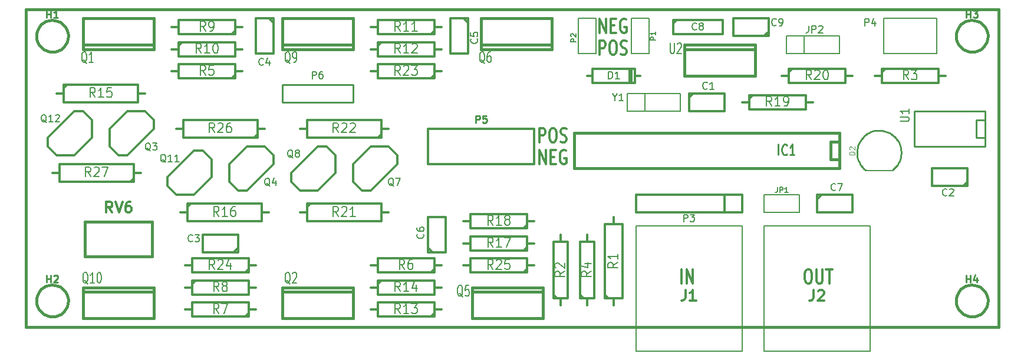
<source format=gto>
G04 (created by PCBNEW-RS274X (2012-01-19 BZR 3256)-stable) date 4/14/2012 10:50:53 AM*
G01*
G70*
G90*
%MOIN*%
G04 Gerber Fmt 3.4, Leading zero omitted, Abs format*
%FSLAX34Y34*%
G04 APERTURE LIST*
%ADD10C,0.006000*%
%ADD11C,0.012000*%
%ADD12C,0.015000*%
%ADD13C,0.008000*%
%ADD14C,0.010000*%
%ADD15C,0.005000*%
%ADD16C,0.011300*%
%ADD17C,0.003500*%
G04 APERTURE END LIST*
G54D10*
G54D11*
X29043Y-07524D02*
X29043Y-06724D01*
X29271Y-06724D01*
X29329Y-06762D01*
X29357Y-06800D01*
X29386Y-06876D01*
X29386Y-06990D01*
X29357Y-07067D01*
X29329Y-07105D01*
X29271Y-07143D01*
X29043Y-07143D01*
X29757Y-06724D02*
X29871Y-06724D01*
X29929Y-06762D01*
X29986Y-06838D01*
X30014Y-06990D01*
X30014Y-07257D01*
X29986Y-07410D01*
X29929Y-07486D01*
X29871Y-07524D01*
X29757Y-07524D01*
X29700Y-07486D01*
X29643Y-07410D01*
X29614Y-07257D01*
X29614Y-06990D01*
X29643Y-06838D01*
X29700Y-06762D01*
X29757Y-06724D01*
X30243Y-07486D02*
X30329Y-07524D01*
X30472Y-07524D01*
X30529Y-07486D01*
X30558Y-07448D01*
X30586Y-07371D01*
X30586Y-07295D01*
X30558Y-07219D01*
X30529Y-07181D01*
X30472Y-07143D01*
X30358Y-07105D01*
X30300Y-07067D01*
X30272Y-07029D01*
X30243Y-06952D01*
X30243Y-06876D01*
X30272Y-06800D01*
X30300Y-06762D01*
X30358Y-06724D01*
X30500Y-06724D01*
X30586Y-06762D01*
X29057Y-08764D02*
X29057Y-07964D01*
X29400Y-08764D01*
X29400Y-07964D01*
X29686Y-08345D02*
X29886Y-08345D01*
X29972Y-08764D02*
X29686Y-08764D01*
X29686Y-07964D01*
X29972Y-07964D01*
X30543Y-08002D02*
X30486Y-07964D01*
X30400Y-07964D01*
X30315Y-08002D01*
X30257Y-08078D01*
X30229Y-08154D01*
X30200Y-08307D01*
X30200Y-08421D01*
X30229Y-08573D01*
X30257Y-08650D01*
X30315Y-08726D01*
X30400Y-08764D01*
X30457Y-08764D01*
X30543Y-08726D01*
X30572Y-08688D01*
X30572Y-08421D01*
X30457Y-08421D01*
X44200Y-14724D02*
X44314Y-14724D01*
X44372Y-14762D01*
X44429Y-14838D01*
X44457Y-14990D01*
X44457Y-15257D01*
X44429Y-15410D01*
X44372Y-15486D01*
X44314Y-15524D01*
X44200Y-15524D01*
X44143Y-15486D01*
X44086Y-15410D01*
X44057Y-15257D01*
X44057Y-14990D01*
X44086Y-14838D01*
X44143Y-14762D01*
X44200Y-14724D01*
X44715Y-14724D02*
X44715Y-15371D01*
X44743Y-15448D01*
X44772Y-15486D01*
X44829Y-15524D01*
X44943Y-15524D01*
X45001Y-15486D01*
X45029Y-15448D01*
X45058Y-15371D01*
X45058Y-14724D01*
X45258Y-14724D02*
X45601Y-14724D01*
X45430Y-15524D02*
X45430Y-14724D01*
X37086Y-15524D02*
X37086Y-14724D01*
X37372Y-15524D02*
X37372Y-14724D01*
X37715Y-15524D01*
X37715Y-14724D01*
X32457Y-01324D02*
X32457Y-00524D01*
X32800Y-01324D01*
X32800Y-00524D01*
X33086Y-00905D02*
X33286Y-00905D01*
X33372Y-01324D02*
X33086Y-01324D01*
X33086Y-00524D01*
X33372Y-00524D01*
X33943Y-00562D02*
X33886Y-00524D01*
X33800Y-00524D01*
X33715Y-00562D01*
X33657Y-00638D01*
X33629Y-00714D01*
X33600Y-00867D01*
X33600Y-00981D01*
X33629Y-01133D01*
X33657Y-01210D01*
X33715Y-01286D01*
X33800Y-01324D01*
X33857Y-01324D01*
X33943Y-01286D01*
X33972Y-01248D01*
X33972Y-00981D01*
X33857Y-00981D01*
X32443Y-02564D02*
X32443Y-01764D01*
X32671Y-01764D01*
X32729Y-01802D01*
X32757Y-01840D01*
X32786Y-01916D01*
X32786Y-02030D01*
X32757Y-02107D01*
X32729Y-02145D01*
X32671Y-02183D01*
X32443Y-02183D01*
X33157Y-01764D02*
X33271Y-01764D01*
X33329Y-01802D01*
X33386Y-01878D01*
X33414Y-02030D01*
X33414Y-02297D01*
X33386Y-02450D01*
X33329Y-02526D01*
X33271Y-02564D01*
X33157Y-02564D01*
X33100Y-02526D01*
X33043Y-02450D01*
X33014Y-02297D01*
X33014Y-02030D01*
X33043Y-01878D01*
X33100Y-01802D01*
X33157Y-01764D01*
X33643Y-02526D02*
X33729Y-02564D01*
X33872Y-02564D01*
X33929Y-02526D01*
X33958Y-02488D01*
X33986Y-02411D01*
X33986Y-02335D01*
X33958Y-02259D01*
X33929Y-02221D01*
X33872Y-02183D01*
X33758Y-02145D01*
X33700Y-02107D01*
X33672Y-02069D01*
X33643Y-01992D01*
X33643Y-01916D01*
X33672Y-01840D01*
X33700Y-01802D01*
X33758Y-01764D01*
X33900Y-01764D01*
X33986Y-01802D01*
G54D12*
X00000Y-18000D02*
X00000Y00000D01*
X55000Y-18000D02*
X00000Y-18000D01*
X55000Y00000D02*
X55000Y-18000D01*
X00000Y00000D02*
X55000Y00000D01*
G54D11*
X12500Y-10250D02*
X14000Y-08750D01*
X14000Y-08750D02*
X14000Y-08250D01*
X14000Y-08250D02*
X13500Y-07750D01*
X13500Y-07750D02*
X12500Y-07750D01*
X12500Y-07750D02*
X11500Y-08750D01*
X11500Y-08750D02*
X11500Y-09750D01*
X11500Y-09750D02*
X12000Y-10250D01*
X12000Y-10250D02*
X12500Y-10250D01*
X05750Y-08250D02*
X07250Y-06750D01*
X07250Y-06750D02*
X07250Y-06250D01*
X07250Y-06250D02*
X06750Y-05750D01*
X06750Y-05750D02*
X05750Y-05750D01*
X05750Y-05750D02*
X04750Y-06750D01*
X04750Y-06750D02*
X04750Y-07750D01*
X04750Y-07750D02*
X05250Y-08250D01*
X05250Y-08250D02*
X05750Y-08250D01*
X02750Y-05750D02*
X01250Y-07250D01*
X01250Y-07250D02*
X01250Y-07750D01*
X01250Y-07750D02*
X01750Y-08250D01*
X01750Y-08250D02*
X02750Y-08250D01*
X02750Y-08250D02*
X03750Y-07250D01*
X03750Y-07250D02*
X03750Y-06250D01*
X03750Y-06250D02*
X03250Y-05750D01*
X03250Y-05750D02*
X02750Y-05750D01*
X19500Y-10250D02*
X21000Y-08750D01*
X21000Y-08750D02*
X21000Y-08250D01*
X21000Y-08250D02*
X20500Y-07750D01*
X20500Y-07750D02*
X19500Y-07750D01*
X19500Y-07750D02*
X18500Y-08750D01*
X18500Y-08750D02*
X18500Y-09750D01*
X18500Y-09750D02*
X19000Y-10250D01*
X19000Y-10250D02*
X19500Y-10250D01*
X09500Y-08000D02*
X08000Y-09500D01*
X08000Y-09500D02*
X08000Y-10000D01*
X08000Y-10000D02*
X08500Y-10500D01*
X08500Y-10500D02*
X09500Y-10500D01*
X09500Y-10500D02*
X10500Y-09500D01*
X10500Y-09500D02*
X10500Y-08500D01*
X10500Y-08500D02*
X10000Y-08000D01*
X10000Y-08000D02*
X09500Y-08000D01*
X16500Y-07750D02*
X15000Y-09250D01*
X15000Y-09250D02*
X15000Y-09750D01*
X15000Y-09750D02*
X15500Y-10250D01*
X15500Y-10250D02*
X16500Y-10250D01*
X16500Y-10250D02*
X17500Y-09250D01*
X17500Y-09250D02*
X17500Y-08250D01*
X17500Y-08250D02*
X17000Y-07750D01*
X17000Y-07750D02*
X16500Y-07750D01*
G54D12*
X14500Y-16000D02*
X14500Y-15750D01*
X14500Y-15750D02*
X18500Y-15750D01*
X18500Y-15750D02*
X18500Y-16000D01*
X14500Y-17500D02*
X14500Y-16000D01*
X14500Y-16000D02*
X18500Y-16000D01*
X18500Y-16000D02*
X18500Y-17500D01*
X18500Y-17500D02*
X14500Y-17500D01*
X07250Y-02000D02*
X07250Y-02250D01*
X07250Y-02250D02*
X03250Y-02250D01*
X03250Y-02250D02*
X03250Y-02000D01*
X07250Y-00500D02*
X07250Y-02000D01*
X07250Y-02000D02*
X03250Y-02000D01*
X03250Y-02000D02*
X03250Y-00500D01*
X03250Y-00500D02*
X07250Y-00500D01*
X25250Y-16000D02*
X25250Y-15750D01*
X25250Y-15750D02*
X29250Y-15750D01*
X29250Y-15750D02*
X29250Y-16000D01*
X25250Y-17500D02*
X25250Y-16000D01*
X25250Y-16000D02*
X29250Y-16000D01*
X29250Y-16000D02*
X29250Y-17500D01*
X29250Y-17500D02*
X25250Y-17500D01*
X29750Y-02000D02*
X29750Y-02250D01*
X29750Y-02250D02*
X25750Y-02250D01*
X25750Y-02250D02*
X25750Y-02000D01*
X29750Y-00500D02*
X29750Y-02000D01*
X29750Y-02000D02*
X25750Y-02000D01*
X25750Y-02000D02*
X25750Y-00500D01*
X25750Y-00500D02*
X29750Y-00500D01*
X03250Y-16000D02*
X03250Y-15750D01*
X03250Y-15750D02*
X07250Y-15750D01*
X07250Y-15750D02*
X07250Y-16000D01*
X03250Y-17500D02*
X03250Y-16000D01*
X03250Y-16000D02*
X07250Y-16000D01*
X07250Y-16000D02*
X07250Y-17500D01*
X07250Y-17500D02*
X03250Y-17500D01*
X18500Y-02000D02*
X18500Y-02250D01*
X18500Y-02250D02*
X14500Y-02250D01*
X14500Y-02250D02*
X14500Y-02000D01*
X18500Y-00500D02*
X18500Y-02000D01*
X18500Y-02000D02*
X14500Y-02000D01*
X14500Y-02000D02*
X14500Y-00500D01*
X14500Y-00500D02*
X18500Y-00500D01*
G54D11*
X20500Y-06750D02*
X20100Y-06750D01*
X15500Y-06750D02*
X15900Y-06750D01*
X15900Y-07250D02*
X15900Y-06250D01*
X15900Y-06250D02*
X20100Y-06250D01*
X20100Y-06250D02*
X20100Y-07250D01*
X20100Y-07250D02*
X15900Y-07250D01*
X20100Y-07050D02*
X19900Y-07250D01*
X15500Y-11500D02*
X15900Y-11500D01*
X20500Y-11500D02*
X20100Y-11500D01*
X20100Y-11000D02*
X20100Y-12000D01*
X20100Y-12000D02*
X15900Y-12000D01*
X15900Y-12000D02*
X15900Y-11000D01*
X15900Y-11000D02*
X20100Y-11000D01*
X15900Y-11200D02*
X16100Y-11000D01*
X13500Y-06750D02*
X13100Y-06750D01*
X08500Y-06750D02*
X08900Y-06750D01*
X08900Y-07250D02*
X08900Y-06250D01*
X08900Y-06250D02*
X13100Y-06250D01*
X13100Y-06250D02*
X13100Y-07250D01*
X13100Y-07250D02*
X08900Y-07250D01*
X13100Y-07050D02*
X12900Y-07250D01*
X06500Y-09250D02*
X06100Y-09250D01*
X01500Y-09250D02*
X01900Y-09250D01*
X01900Y-09750D02*
X01900Y-08750D01*
X01900Y-08750D02*
X06100Y-08750D01*
X06100Y-08750D02*
X06100Y-09750D01*
X06100Y-09750D02*
X01900Y-09750D01*
X06100Y-09550D02*
X05900Y-09750D01*
X33250Y-16750D02*
X33250Y-16350D01*
X33250Y-11750D02*
X33250Y-12150D01*
X32750Y-12150D02*
X33750Y-12150D01*
X33750Y-12150D02*
X33750Y-16350D01*
X33750Y-16350D02*
X32750Y-16350D01*
X32750Y-16350D02*
X32750Y-12150D01*
X32950Y-16350D02*
X32750Y-16150D01*
X01750Y-04750D02*
X02150Y-04750D01*
X06750Y-04750D02*
X06350Y-04750D01*
X06350Y-04250D02*
X06350Y-05250D01*
X06350Y-05250D02*
X02150Y-05250D01*
X02150Y-05250D02*
X02150Y-04250D01*
X02150Y-04250D02*
X06350Y-04250D01*
X02150Y-04450D02*
X02350Y-04250D01*
X08750Y-11500D02*
X09150Y-11500D01*
X13750Y-11500D02*
X13350Y-11500D01*
X13350Y-11000D02*
X13350Y-12000D01*
X13350Y-12000D02*
X09150Y-12000D01*
X09150Y-12000D02*
X09150Y-11000D01*
X09150Y-11000D02*
X13350Y-11000D01*
X09150Y-11200D02*
X09350Y-11000D01*
G54D12*
X03360Y-13984D02*
X03360Y-12016D01*
X03360Y-12016D02*
X07140Y-12016D01*
X07140Y-12016D02*
X07140Y-13984D01*
X07140Y-13984D02*
X03360Y-13984D01*
G54D11*
X22750Y-06750D02*
X28750Y-06750D01*
X28750Y-06750D02*
X28750Y-08750D01*
X28750Y-08750D02*
X22750Y-08750D01*
X22750Y-08750D02*
X22750Y-06750D01*
G54D13*
X48500Y-00500D02*
X51500Y-00500D01*
X51500Y-02500D02*
X48500Y-02500D01*
X48500Y-02500D02*
X48500Y-00500D01*
X51500Y-00500D02*
X51500Y-02500D01*
G54D10*
X34000Y-05750D02*
X34000Y-04750D01*
X34000Y-04750D02*
X37000Y-04750D01*
X37000Y-04750D02*
X37000Y-05750D01*
X37000Y-05750D02*
X34000Y-05750D01*
X35000Y-04750D02*
X35000Y-05750D01*
X31250Y-00500D02*
X32250Y-00500D01*
X32250Y-00500D02*
X32250Y-02500D01*
X32250Y-02500D02*
X31250Y-02500D01*
X31250Y-02500D02*
X31250Y-00500D01*
X34250Y-00500D02*
X35250Y-00500D01*
X35250Y-00500D02*
X35250Y-02500D01*
X35250Y-02500D02*
X34250Y-02500D01*
X34250Y-02500D02*
X34250Y-00500D01*
X41750Y-11500D02*
X41750Y-10500D01*
X41750Y-10500D02*
X43750Y-10500D01*
X43750Y-10500D02*
X43750Y-11500D01*
X43750Y-11500D02*
X41750Y-11500D01*
G54D11*
X40500Y-10500D02*
X40500Y-11500D01*
X40500Y-11500D02*
X34500Y-11500D01*
X34500Y-11500D02*
X34500Y-10500D01*
X34500Y-10500D02*
X40500Y-10500D01*
X39500Y-10500D02*
X39500Y-11500D01*
G54D14*
X54250Y-07250D02*
X53750Y-07250D01*
X53750Y-07250D02*
X53750Y-06250D01*
X53750Y-06250D02*
X54250Y-06250D01*
X54250Y-07750D02*
X50250Y-07750D01*
X50250Y-07750D02*
X50250Y-05750D01*
X50250Y-05750D02*
X54250Y-05750D01*
X54250Y-05750D02*
X54250Y-07750D01*
G54D12*
X46000Y-09000D02*
X31000Y-09000D01*
X31000Y-09000D02*
X31000Y-07000D01*
X31000Y-07000D02*
X46000Y-07000D01*
X46000Y-07000D02*
X46000Y-09000D01*
X46000Y-08500D02*
X45500Y-08500D01*
X45500Y-08500D02*
X45500Y-07500D01*
X45500Y-07500D02*
X46000Y-07500D01*
G54D11*
X34750Y-03750D02*
X34450Y-03750D01*
X34450Y-03750D02*
X34450Y-03350D01*
X34450Y-03350D02*
X32050Y-03350D01*
X32050Y-03350D02*
X32050Y-03750D01*
X32050Y-03750D02*
X31750Y-03750D01*
X32050Y-03750D02*
X32050Y-04150D01*
X32050Y-04150D02*
X34450Y-04150D01*
X34450Y-04150D02*
X34450Y-03750D01*
X34250Y-03350D02*
X34250Y-04150D01*
X34150Y-04150D02*
X34150Y-03350D01*
X44770Y-10500D02*
X46750Y-10500D01*
X46750Y-10500D02*
X46750Y-11500D01*
X46750Y-11500D02*
X44750Y-11500D01*
X44750Y-11500D02*
X44750Y-10500D01*
X44750Y-10750D02*
X45000Y-10500D01*
X22750Y-13730D02*
X22750Y-11750D01*
X22750Y-11750D02*
X23750Y-11750D01*
X23750Y-11750D02*
X23750Y-13750D01*
X23750Y-13750D02*
X22750Y-13750D01*
X23000Y-13750D02*
X22750Y-13500D01*
X25000Y-00520D02*
X25000Y-02500D01*
X25000Y-02500D02*
X24000Y-02500D01*
X24000Y-02500D02*
X24000Y-00500D01*
X24000Y-00500D02*
X25000Y-00500D01*
X24750Y-00500D02*
X25000Y-00750D01*
X14000Y-00520D02*
X14000Y-02500D01*
X14000Y-02500D02*
X13000Y-02500D01*
X13000Y-02500D02*
X13000Y-00500D01*
X13000Y-00500D02*
X14000Y-00500D01*
X13750Y-00500D02*
X14000Y-00750D01*
X11980Y-13750D02*
X10000Y-13750D01*
X10000Y-13750D02*
X10000Y-12750D01*
X10000Y-12750D02*
X12000Y-12750D01*
X12000Y-12750D02*
X12000Y-13750D01*
X12000Y-13500D02*
X11750Y-13750D01*
X53230Y-10000D02*
X51250Y-10000D01*
X51250Y-10000D02*
X51250Y-09000D01*
X51250Y-09000D02*
X53250Y-09000D01*
X53250Y-09000D02*
X53250Y-10000D01*
X53250Y-09750D02*
X53000Y-10000D01*
X37520Y-04750D02*
X39500Y-04750D01*
X39500Y-04750D02*
X39500Y-05750D01*
X39500Y-05750D02*
X37500Y-05750D01*
X37500Y-05750D02*
X37500Y-04750D01*
X37500Y-05000D02*
X37750Y-04750D01*
G54D13*
X49000Y-09120D02*
X47500Y-09120D01*
G54D14*
X49000Y-09099D02*
X49084Y-09030D01*
X49162Y-08954D01*
X49233Y-08871D01*
X49297Y-08782D01*
X49352Y-08688D01*
X49399Y-08590D01*
X49438Y-08488D01*
X49467Y-08383D01*
X49487Y-08276D01*
X49498Y-08167D01*
X49499Y-08059D01*
X49490Y-07950D01*
X49473Y-07843D01*
X49446Y-07737D01*
X49409Y-07634D01*
X49364Y-07535D01*
X49311Y-07440D01*
X49249Y-07350D01*
X49180Y-07266D01*
X49104Y-07188D01*
X49021Y-07117D01*
X48932Y-07053D01*
X48838Y-06998D01*
X48740Y-06951D01*
X48638Y-06912D01*
X48533Y-06883D01*
X48426Y-06863D01*
X48317Y-06852D01*
X48209Y-06851D01*
X48100Y-06860D01*
X47993Y-06877D01*
X47887Y-06904D01*
X47784Y-06941D01*
X47685Y-06986D01*
X47590Y-07039D01*
X47500Y-07101D01*
X47416Y-07170D01*
X47338Y-07246D01*
X47267Y-07329D01*
X47203Y-07418D01*
X47148Y-07512D01*
X47101Y-07610D01*
X47062Y-07712D01*
X47033Y-07817D01*
X47013Y-07924D01*
X47002Y-08033D01*
X47001Y-08141D01*
X47010Y-08250D01*
X47027Y-08357D01*
X47054Y-08463D01*
X47091Y-08566D01*
X47136Y-08665D01*
X47189Y-08760D01*
X47251Y-08850D01*
X47320Y-08934D01*
X47396Y-09012D01*
X47479Y-09083D01*
X47500Y-09099D01*
G54D15*
X41750Y-19350D02*
X47750Y-19350D01*
X47750Y-19350D02*
X47750Y-12250D01*
X47750Y-12250D02*
X41750Y-12250D01*
X41750Y-12250D02*
X41750Y-19350D01*
X34500Y-19350D02*
X40500Y-19350D01*
X40500Y-19350D02*
X40500Y-12250D01*
X40500Y-12250D02*
X34500Y-12250D01*
X34500Y-12250D02*
X34500Y-19350D01*
G54D11*
X36600Y-00600D02*
X39400Y-00600D01*
X39400Y-00600D02*
X39400Y-01400D01*
X39400Y-01400D02*
X36600Y-01400D01*
X36600Y-01400D02*
X36600Y-00600D01*
X36600Y-00800D02*
X36800Y-00600D01*
X41980Y-01500D02*
X40000Y-01500D01*
X40000Y-01500D02*
X40000Y-00500D01*
X40000Y-00500D02*
X42000Y-00500D01*
X42000Y-00500D02*
X42000Y-01500D01*
X42000Y-01250D02*
X41750Y-01500D01*
X30250Y-16750D02*
X30250Y-16350D01*
X30250Y-16350D02*
X29850Y-16350D01*
X29850Y-16350D02*
X29850Y-13150D01*
X29850Y-13150D02*
X30650Y-13150D01*
X30650Y-13150D02*
X30650Y-16350D01*
X30650Y-16350D02*
X30250Y-16350D01*
X30050Y-16350D02*
X29850Y-16150D01*
X30250Y-12750D02*
X30250Y-13150D01*
X48000Y-03750D02*
X48400Y-03750D01*
X48400Y-03750D02*
X48400Y-03350D01*
X48400Y-03350D02*
X51600Y-03350D01*
X51600Y-03350D02*
X51600Y-04150D01*
X51600Y-04150D02*
X48400Y-04150D01*
X48400Y-04150D02*
X48400Y-03750D01*
X48400Y-03550D02*
X48600Y-03350D01*
X52000Y-03750D02*
X51600Y-03750D01*
X31750Y-16750D02*
X31750Y-16350D01*
X31750Y-16350D02*
X31350Y-16350D01*
X31350Y-16350D02*
X31350Y-13150D01*
X31350Y-13150D02*
X32150Y-13150D01*
X32150Y-13150D02*
X32150Y-16350D01*
X32150Y-16350D02*
X31750Y-16350D01*
X31550Y-16350D02*
X31350Y-16150D01*
X31750Y-12750D02*
X31750Y-13150D01*
X12250Y-03500D02*
X11850Y-03500D01*
X11850Y-03500D02*
X11850Y-03900D01*
X11850Y-03900D02*
X08650Y-03900D01*
X08650Y-03900D02*
X08650Y-03100D01*
X08650Y-03100D02*
X11850Y-03100D01*
X11850Y-03100D02*
X11850Y-03500D01*
X11850Y-03700D02*
X11650Y-03900D01*
X08250Y-03500D02*
X08650Y-03500D01*
X23500Y-14500D02*
X23100Y-14500D01*
X23100Y-14500D02*
X23100Y-14900D01*
X23100Y-14900D02*
X19900Y-14900D01*
X19900Y-14900D02*
X19900Y-14100D01*
X19900Y-14100D02*
X23100Y-14100D01*
X23100Y-14100D02*
X23100Y-14500D01*
X23100Y-14700D02*
X22900Y-14900D01*
X19500Y-14500D02*
X19900Y-14500D01*
X13000Y-17000D02*
X12600Y-17000D01*
X12600Y-17000D02*
X12600Y-17400D01*
X12600Y-17400D02*
X09400Y-17400D01*
X09400Y-17400D02*
X09400Y-16600D01*
X09400Y-16600D02*
X12600Y-16600D01*
X12600Y-16600D02*
X12600Y-17000D01*
X12600Y-17200D02*
X12400Y-17400D01*
X09000Y-17000D02*
X09400Y-17000D01*
X09000Y-15750D02*
X09400Y-15750D01*
X09400Y-15750D02*
X09400Y-15350D01*
X09400Y-15350D02*
X12600Y-15350D01*
X12600Y-15350D02*
X12600Y-16150D01*
X12600Y-16150D02*
X09400Y-16150D01*
X09400Y-16150D02*
X09400Y-15750D01*
X09400Y-15550D02*
X09600Y-15350D01*
X13000Y-15750D02*
X12600Y-15750D01*
X12250Y-01000D02*
X11850Y-01000D01*
X11850Y-01000D02*
X11850Y-01400D01*
X11850Y-01400D02*
X08650Y-01400D01*
X08650Y-01400D02*
X08650Y-00600D01*
X08650Y-00600D02*
X11850Y-00600D01*
X11850Y-00600D02*
X11850Y-01000D01*
X11850Y-01200D02*
X11650Y-01400D01*
X08250Y-01000D02*
X08650Y-01000D01*
X08250Y-02250D02*
X08650Y-02250D01*
X08650Y-02250D02*
X08650Y-01850D01*
X08650Y-01850D02*
X11850Y-01850D01*
X11850Y-01850D02*
X11850Y-02650D01*
X11850Y-02650D02*
X08650Y-02650D01*
X08650Y-02650D02*
X08650Y-02250D01*
X08650Y-02050D02*
X08850Y-01850D01*
X12250Y-02250D02*
X11850Y-02250D01*
X23500Y-01000D02*
X23100Y-01000D01*
X23100Y-01000D02*
X23100Y-01400D01*
X23100Y-01400D02*
X19900Y-01400D01*
X19900Y-01400D02*
X19900Y-00600D01*
X19900Y-00600D02*
X23100Y-00600D01*
X23100Y-00600D02*
X23100Y-01000D01*
X23100Y-01200D02*
X22900Y-01400D01*
X19500Y-01000D02*
X19900Y-01000D01*
X19500Y-02250D02*
X19900Y-02250D01*
X19900Y-02250D02*
X19900Y-01850D01*
X19900Y-01850D02*
X23100Y-01850D01*
X23100Y-01850D02*
X23100Y-02650D01*
X23100Y-02650D02*
X19900Y-02650D01*
X19900Y-02650D02*
X19900Y-02250D01*
X19900Y-02050D02*
X20100Y-01850D01*
X23500Y-02250D02*
X23100Y-02250D01*
X23500Y-17000D02*
X23100Y-17000D01*
X23100Y-17000D02*
X23100Y-17400D01*
X23100Y-17400D02*
X19900Y-17400D01*
X19900Y-17400D02*
X19900Y-16600D01*
X19900Y-16600D02*
X23100Y-16600D01*
X23100Y-16600D02*
X23100Y-17000D01*
X23100Y-17200D02*
X22900Y-17400D01*
X19500Y-17000D02*
X19900Y-17000D01*
X19500Y-15750D02*
X19900Y-15750D01*
X19900Y-15750D02*
X19900Y-15350D01*
X19900Y-15350D02*
X23100Y-15350D01*
X23100Y-15350D02*
X23100Y-16150D01*
X23100Y-16150D02*
X19900Y-16150D01*
X19900Y-16150D02*
X19900Y-15750D01*
X19900Y-15550D02*
X20100Y-15350D01*
X23500Y-15750D02*
X23100Y-15750D01*
X28750Y-13250D02*
X28350Y-13250D01*
X28350Y-13250D02*
X28350Y-13650D01*
X28350Y-13650D02*
X25150Y-13650D01*
X25150Y-13650D02*
X25150Y-12850D01*
X25150Y-12850D02*
X28350Y-12850D01*
X28350Y-12850D02*
X28350Y-13250D01*
X28350Y-13450D02*
X28150Y-13650D01*
X24750Y-13250D02*
X25150Y-13250D01*
X28750Y-12000D02*
X28350Y-12000D01*
X28350Y-12000D02*
X28350Y-12400D01*
X28350Y-12400D02*
X25150Y-12400D01*
X25150Y-12400D02*
X25150Y-11600D01*
X25150Y-11600D02*
X28350Y-11600D01*
X28350Y-11600D02*
X28350Y-12000D01*
X28350Y-12200D02*
X28150Y-12400D01*
X24750Y-12000D02*
X25150Y-12000D01*
X40500Y-05250D02*
X40900Y-05250D01*
X40900Y-05250D02*
X40900Y-04850D01*
X40900Y-04850D02*
X44100Y-04850D01*
X44100Y-04850D02*
X44100Y-05650D01*
X44100Y-05650D02*
X40900Y-05650D01*
X40900Y-05650D02*
X40900Y-05250D01*
X40900Y-05050D02*
X41100Y-04850D01*
X44500Y-05250D02*
X44100Y-05250D01*
X42750Y-03750D02*
X43150Y-03750D01*
X43150Y-03750D02*
X43150Y-03350D01*
X43150Y-03350D02*
X46350Y-03350D01*
X46350Y-03350D02*
X46350Y-04150D01*
X46350Y-04150D02*
X43150Y-04150D01*
X43150Y-04150D02*
X43150Y-03750D01*
X43150Y-03550D02*
X43350Y-03350D01*
X46750Y-03750D02*
X46350Y-03750D01*
X23500Y-03500D02*
X23100Y-03500D01*
X23100Y-03500D02*
X23100Y-03900D01*
X23100Y-03900D02*
X19900Y-03900D01*
X19900Y-03900D02*
X19900Y-03100D01*
X19900Y-03100D02*
X23100Y-03100D01*
X23100Y-03100D02*
X23100Y-03500D01*
X23100Y-03700D02*
X22900Y-03900D01*
X19500Y-03500D02*
X19900Y-03500D01*
X13000Y-14500D02*
X12600Y-14500D01*
X12600Y-14500D02*
X12600Y-14900D01*
X12600Y-14900D02*
X09400Y-14900D01*
X09400Y-14900D02*
X09400Y-14100D01*
X09400Y-14100D02*
X12600Y-14100D01*
X12600Y-14100D02*
X12600Y-14500D01*
X12600Y-14700D02*
X12400Y-14900D01*
X09000Y-14500D02*
X09400Y-14500D01*
X28750Y-14500D02*
X28350Y-14500D01*
X28350Y-14500D02*
X28350Y-14900D01*
X28350Y-14900D02*
X25150Y-14900D01*
X25150Y-14900D02*
X25150Y-14100D01*
X25150Y-14100D02*
X28350Y-14100D01*
X28350Y-14100D02*
X28350Y-14500D01*
X28350Y-14700D02*
X28150Y-14900D01*
X24750Y-14500D02*
X25150Y-14500D01*
G54D12*
X37250Y-02250D02*
X37250Y-02000D01*
X37250Y-02000D02*
X41250Y-02000D01*
X41250Y-02000D02*
X41250Y-02250D01*
X37250Y-03750D02*
X37250Y-02250D01*
X37250Y-02250D02*
X41250Y-02250D01*
X41250Y-02250D02*
X41250Y-03750D01*
X41250Y-03750D02*
X37250Y-03750D01*
G54D14*
X18500Y-05250D02*
X14500Y-05250D01*
X18500Y-04250D02*
X14500Y-04250D01*
X14500Y-04250D02*
X14500Y-05250D01*
X18500Y-05250D02*
X18500Y-04250D01*
G54D10*
X43000Y-02500D02*
X43000Y-01500D01*
X43000Y-01500D02*
X46000Y-01500D01*
X46000Y-01500D02*
X46000Y-02500D01*
X46000Y-02500D02*
X43000Y-02500D01*
X44000Y-01500D02*
X44000Y-02500D01*
G54D12*
X02400Y-01500D02*
X02382Y-01674D01*
X02332Y-01842D01*
X02249Y-01998D01*
X02138Y-02134D01*
X02003Y-02246D01*
X01848Y-02329D01*
X01680Y-02381D01*
X01506Y-02399D01*
X01332Y-02384D01*
X01163Y-02334D01*
X01008Y-02253D01*
X00871Y-02143D01*
X00758Y-02008D01*
X00673Y-01854D01*
X00620Y-01687D01*
X00601Y-01512D01*
X00615Y-01338D01*
X00664Y-01169D01*
X00744Y-01013D01*
X00853Y-00875D01*
X00987Y-00761D01*
X01140Y-00676D01*
X01307Y-00621D01*
X01482Y-00601D01*
X01656Y-00614D01*
X01825Y-00661D01*
X01982Y-00741D01*
X02120Y-00849D01*
X02235Y-00982D01*
X02322Y-01134D01*
X02377Y-01301D01*
X02399Y-01475D01*
X02400Y-01500D01*
X54400Y-01500D02*
X54382Y-01674D01*
X54332Y-01842D01*
X54249Y-01998D01*
X54138Y-02134D01*
X54003Y-02246D01*
X53848Y-02329D01*
X53680Y-02381D01*
X53506Y-02399D01*
X53332Y-02384D01*
X53163Y-02334D01*
X53008Y-02253D01*
X52871Y-02143D01*
X52758Y-02008D01*
X52673Y-01854D01*
X52620Y-01687D01*
X52601Y-01512D01*
X52615Y-01338D01*
X52664Y-01169D01*
X52744Y-01013D01*
X52853Y-00875D01*
X52987Y-00761D01*
X53140Y-00676D01*
X53307Y-00621D01*
X53482Y-00601D01*
X53656Y-00614D01*
X53825Y-00661D01*
X53982Y-00741D01*
X54120Y-00849D01*
X54235Y-00982D01*
X54322Y-01134D01*
X54377Y-01301D01*
X54399Y-01475D01*
X54400Y-01500D01*
X54400Y-16500D02*
X54382Y-16674D01*
X54332Y-16842D01*
X54249Y-16998D01*
X54138Y-17134D01*
X54003Y-17246D01*
X53848Y-17329D01*
X53680Y-17381D01*
X53506Y-17399D01*
X53332Y-17384D01*
X53163Y-17334D01*
X53008Y-17253D01*
X52871Y-17143D01*
X52758Y-17008D01*
X52673Y-16854D01*
X52620Y-16687D01*
X52601Y-16512D01*
X52615Y-16338D01*
X52664Y-16169D01*
X52744Y-16013D01*
X52853Y-15875D01*
X52987Y-15761D01*
X53140Y-15676D01*
X53307Y-15621D01*
X53482Y-15601D01*
X53656Y-15614D01*
X53825Y-15661D01*
X53982Y-15741D01*
X54120Y-15849D01*
X54235Y-15982D01*
X54322Y-16134D01*
X54377Y-16301D01*
X54399Y-16475D01*
X54400Y-16500D01*
X02400Y-16500D02*
X02382Y-16674D01*
X02332Y-16842D01*
X02249Y-16998D01*
X02138Y-17134D01*
X02003Y-17246D01*
X01848Y-17329D01*
X01680Y-17381D01*
X01506Y-17399D01*
X01332Y-17384D01*
X01163Y-17334D01*
X01008Y-17253D01*
X00871Y-17143D01*
X00758Y-17008D01*
X00673Y-16854D01*
X00620Y-16687D01*
X00601Y-16512D01*
X00615Y-16338D01*
X00664Y-16169D01*
X00744Y-16013D01*
X00853Y-15875D01*
X00987Y-15761D01*
X01140Y-15676D01*
X01307Y-15621D01*
X01482Y-15601D01*
X01656Y-15614D01*
X01825Y-15661D01*
X01982Y-15741D01*
X02120Y-15849D01*
X02235Y-15982D01*
X02322Y-16134D01*
X02377Y-16301D01*
X02399Y-16475D01*
X02400Y-16500D01*
G54D13*
X13812Y-10000D02*
X13774Y-09981D01*
X13736Y-09943D01*
X13679Y-09886D01*
X13640Y-09867D01*
X13602Y-09867D01*
X13621Y-09962D02*
X13583Y-09943D01*
X13545Y-09905D01*
X13526Y-09829D01*
X13526Y-09695D01*
X13545Y-09619D01*
X13583Y-09581D01*
X13621Y-09562D01*
X13698Y-09562D01*
X13736Y-09581D01*
X13774Y-09619D01*
X13793Y-09695D01*
X13793Y-09829D01*
X13774Y-09905D01*
X13736Y-09943D01*
X13698Y-09962D01*
X13621Y-09962D01*
X14136Y-09695D02*
X14136Y-09962D01*
X14040Y-09543D02*
X13945Y-09829D01*
X14193Y-09829D01*
X07062Y-08000D02*
X07024Y-07981D01*
X06986Y-07943D01*
X06929Y-07886D01*
X06890Y-07867D01*
X06852Y-07867D01*
X06871Y-07962D02*
X06833Y-07943D01*
X06795Y-07905D01*
X06776Y-07829D01*
X06776Y-07695D01*
X06795Y-07619D01*
X06833Y-07581D01*
X06871Y-07562D01*
X06948Y-07562D01*
X06986Y-07581D01*
X07024Y-07619D01*
X07043Y-07695D01*
X07043Y-07829D01*
X07024Y-07905D01*
X06986Y-07943D01*
X06948Y-07962D01*
X06871Y-07962D01*
X07176Y-07562D02*
X07424Y-07562D01*
X07290Y-07714D01*
X07348Y-07714D01*
X07386Y-07733D01*
X07405Y-07752D01*
X07424Y-07790D01*
X07424Y-07886D01*
X07405Y-07924D01*
X07386Y-07943D01*
X07348Y-07962D01*
X07233Y-07962D01*
X07195Y-07943D01*
X07176Y-07924D01*
X01172Y-06400D02*
X01134Y-06381D01*
X01096Y-06343D01*
X01039Y-06286D01*
X01000Y-06267D01*
X00962Y-06267D01*
X00981Y-06362D02*
X00943Y-06343D01*
X00905Y-06305D01*
X00886Y-06229D01*
X00886Y-06095D01*
X00905Y-06019D01*
X00943Y-05981D01*
X00981Y-05962D01*
X01058Y-05962D01*
X01096Y-05981D01*
X01134Y-06019D01*
X01153Y-06095D01*
X01153Y-06229D01*
X01134Y-06305D01*
X01096Y-06343D01*
X01058Y-06362D01*
X00981Y-06362D01*
X01534Y-06362D02*
X01305Y-06362D01*
X01419Y-06362D02*
X01419Y-05962D01*
X01381Y-06019D01*
X01343Y-06057D01*
X01305Y-06076D01*
X01686Y-06000D02*
X01705Y-05981D01*
X01743Y-05962D01*
X01839Y-05962D01*
X01877Y-05981D01*
X01896Y-06000D01*
X01915Y-06038D01*
X01915Y-06076D01*
X01896Y-06133D01*
X01667Y-06362D01*
X01915Y-06362D01*
X20812Y-10000D02*
X20774Y-09981D01*
X20736Y-09943D01*
X20679Y-09886D01*
X20640Y-09867D01*
X20602Y-09867D01*
X20621Y-09962D02*
X20583Y-09943D01*
X20545Y-09905D01*
X20526Y-09829D01*
X20526Y-09695D01*
X20545Y-09619D01*
X20583Y-09581D01*
X20621Y-09562D01*
X20698Y-09562D01*
X20736Y-09581D01*
X20774Y-09619D01*
X20793Y-09695D01*
X20793Y-09829D01*
X20774Y-09905D01*
X20736Y-09943D01*
X20698Y-09962D01*
X20621Y-09962D01*
X20926Y-09562D02*
X21193Y-09562D01*
X21021Y-09962D01*
X07922Y-08650D02*
X07884Y-08631D01*
X07846Y-08593D01*
X07789Y-08536D01*
X07750Y-08517D01*
X07712Y-08517D01*
X07731Y-08612D02*
X07693Y-08593D01*
X07655Y-08555D01*
X07636Y-08479D01*
X07636Y-08345D01*
X07655Y-08269D01*
X07693Y-08231D01*
X07731Y-08212D01*
X07808Y-08212D01*
X07846Y-08231D01*
X07884Y-08269D01*
X07903Y-08345D01*
X07903Y-08479D01*
X07884Y-08555D01*
X07846Y-08593D01*
X07808Y-08612D01*
X07731Y-08612D01*
X08284Y-08612D02*
X08055Y-08612D01*
X08169Y-08612D02*
X08169Y-08212D01*
X08131Y-08269D01*
X08093Y-08307D01*
X08055Y-08326D01*
X08665Y-08612D02*
X08436Y-08612D01*
X08550Y-08612D02*
X08550Y-08212D01*
X08512Y-08269D01*
X08474Y-08307D01*
X08436Y-08326D01*
X15112Y-08400D02*
X15074Y-08381D01*
X15036Y-08343D01*
X14979Y-08286D01*
X14940Y-08267D01*
X14902Y-08267D01*
X14921Y-08362D02*
X14883Y-08343D01*
X14845Y-08305D01*
X14826Y-08229D01*
X14826Y-08095D01*
X14845Y-08019D01*
X14883Y-07981D01*
X14921Y-07962D01*
X14998Y-07962D01*
X15036Y-07981D01*
X15074Y-08019D01*
X15093Y-08095D01*
X15093Y-08229D01*
X15074Y-08305D01*
X15036Y-08343D01*
X14998Y-08362D01*
X14921Y-08362D01*
X15321Y-08133D02*
X15283Y-08114D01*
X15264Y-08095D01*
X15245Y-08057D01*
X15245Y-08038D01*
X15264Y-08000D01*
X15283Y-07981D01*
X15321Y-07962D01*
X15398Y-07962D01*
X15436Y-07981D01*
X15455Y-08000D01*
X15474Y-08038D01*
X15474Y-08057D01*
X15455Y-08095D01*
X15436Y-08114D01*
X15398Y-08133D01*
X15321Y-08133D01*
X15283Y-08152D01*
X15264Y-08171D01*
X15245Y-08210D01*
X15245Y-08286D01*
X15264Y-08324D01*
X15283Y-08343D01*
X15321Y-08362D01*
X15398Y-08362D01*
X15436Y-08343D01*
X15455Y-08324D01*
X15474Y-08286D01*
X15474Y-08210D01*
X15455Y-08171D01*
X15436Y-08152D01*
X15398Y-08133D01*
X14962Y-15550D02*
X14924Y-15521D01*
X14886Y-15464D01*
X14829Y-15379D01*
X14790Y-15350D01*
X14752Y-15350D01*
X14771Y-15493D02*
X14733Y-15464D01*
X14695Y-15407D01*
X14676Y-15293D01*
X14676Y-15093D01*
X14695Y-14979D01*
X14733Y-14921D01*
X14771Y-14893D01*
X14848Y-14893D01*
X14886Y-14921D01*
X14924Y-14979D01*
X14943Y-15093D01*
X14943Y-15293D01*
X14924Y-15407D01*
X14886Y-15464D01*
X14848Y-15493D01*
X14771Y-15493D01*
X15095Y-14950D02*
X15114Y-14921D01*
X15152Y-14893D01*
X15248Y-14893D01*
X15286Y-14921D01*
X15305Y-14950D01*
X15324Y-15007D01*
X15324Y-15064D01*
X15305Y-15150D01*
X15076Y-15493D01*
X15324Y-15493D01*
X03462Y-03050D02*
X03424Y-03021D01*
X03386Y-02964D01*
X03329Y-02879D01*
X03290Y-02850D01*
X03252Y-02850D01*
X03271Y-02993D02*
X03233Y-02964D01*
X03195Y-02907D01*
X03176Y-02793D01*
X03176Y-02593D01*
X03195Y-02479D01*
X03233Y-02421D01*
X03271Y-02393D01*
X03348Y-02393D01*
X03386Y-02421D01*
X03424Y-02479D01*
X03443Y-02593D01*
X03443Y-02793D01*
X03424Y-02907D01*
X03386Y-02964D01*
X03348Y-02993D01*
X03271Y-02993D01*
X03824Y-02993D02*
X03595Y-02993D01*
X03709Y-02993D02*
X03709Y-02393D01*
X03671Y-02479D01*
X03633Y-02536D01*
X03595Y-02564D01*
X24712Y-16300D02*
X24674Y-16271D01*
X24636Y-16214D01*
X24579Y-16129D01*
X24540Y-16100D01*
X24502Y-16100D01*
X24521Y-16243D02*
X24483Y-16214D01*
X24445Y-16157D01*
X24426Y-16043D01*
X24426Y-15843D01*
X24445Y-15729D01*
X24483Y-15671D01*
X24521Y-15643D01*
X24598Y-15643D01*
X24636Y-15671D01*
X24674Y-15729D01*
X24693Y-15843D01*
X24693Y-16043D01*
X24674Y-16157D01*
X24636Y-16214D01*
X24598Y-16243D01*
X24521Y-16243D01*
X25055Y-15643D02*
X24864Y-15643D01*
X24845Y-15929D01*
X24864Y-15900D01*
X24902Y-15871D01*
X24998Y-15871D01*
X25036Y-15900D01*
X25055Y-15929D01*
X25074Y-15986D01*
X25074Y-16129D01*
X25055Y-16186D01*
X25036Y-16214D01*
X24998Y-16243D01*
X24902Y-16243D01*
X24864Y-16214D01*
X24845Y-16186D01*
X25962Y-03050D02*
X25924Y-03021D01*
X25886Y-02964D01*
X25829Y-02879D01*
X25790Y-02850D01*
X25752Y-02850D01*
X25771Y-02993D02*
X25733Y-02964D01*
X25695Y-02907D01*
X25676Y-02793D01*
X25676Y-02593D01*
X25695Y-02479D01*
X25733Y-02421D01*
X25771Y-02393D01*
X25848Y-02393D01*
X25886Y-02421D01*
X25924Y-02479D01*
X25943Y-02593D01*
X25943Y-02793D01*
X25924Y-02907D01*
X25886Y-02964D01*
X25848Y-02993D01*
X25771Y-02993D01*
X26286Y-02393D02*
X26209Y-02393D01*
X26171Y-02421D01*
X26152Y-02450D01*
X26114Y-02536D01*
X26095Y-02650D01*
X26095Y-02879D01*
X26114Y-02936D01*
X26133Y-02964D01*
X26171Y-02993D01*
X26248Y-02993D01*
X26286Y-02964D01*
X26305Y-02936D01*
X26324Y-02879D01*
X26324Y-02736D01*
X26305Y-02679D01*
X26286Y-02650D01*
X26248Y-02621D01*
X26171Y-02621D01*
X26133Y-02650D01*
X26114Y-02679D01*
X26095Y-02736D01*
X03522Y-15550D02*
X03484Y-15521D01*
X03446Y-15464D01*
X03389Y-15379D01*
X03350Y-15350D01*
X03312Y-15350D01*
X03331Y-15493D02*
X03293Y-15464D01*
X03255Y-15407D01*
X03236Y-15293D01*
X03236Y-15093D01*
X03255Y-14979D01*
X03293Y-14921D01*
X03331Y-14893D01*
X03408Y-14893D01*
X03446Y-14921D01*
X03484Y-14979D01*
X03503Y-15093D01*
X03503Y-15293D01*
X03484Y-15407D01*
X03446Y-15464D01*
X03408Y-15493D01*
X03331Y-15493D01*
X03884Y-15493D02*
X03655Y-15493D01*
X03769Y-15493D02*
X03769Y-14893D01*
X03731Y-14979D01*
X03693Y-15036D01*
X03655Y-15064D01*
X04131Y-14893D02*
X04170Y-14893D01*
X04208Y-14921D01*
X04227Y-14950D01*
X04246Y-15007D01*
X04265Y-15121D01*
X04265Y-15264D01*
X04246Y-15379D01*
X04227Y-15436D01*
X04208Y-15464D01*
X04170Y-15493D01*
X04131Y-15493D01*
X04093Y-15464D01*
X04074Y-15436D01*
X04055Y-15379D01*
X04036Y-15264D01*
X04036Y-15121D01*
X04055Y-15007D01*
X04074Y-14950D01*
X04093Y-14921D01*
X04131Y-14893D01*
X14962Y-03050D02*
X14924Y-03021D01*
X14886Y-02964D01*
X14829Y-02879D01*
X14790Y-02850D01*
X14752Y-02850D01*
X14771Y-02993D02*
X14733Y-02964D01*
X14695Y-02907D01*
X14676Y-02793D01*
X14676Y-02593D01*
X14695Y-02479D01*
X14733Y-02421D01*
X14771Y-02393D01*
X14848Y-02393D01*
X14886Y-02421D01*
X14924Y-02479D01*
X14943Y-02593D01*
X14943Y-02793D01*
X14924Y-02907D01*
X14886Y-02964D01*
X14848Y-02993D01*
X14771Y-02993D01*
X15133Y-02993D02*
X15209Y-02993D01*
X15248Y-02964D01*
X15267Y-02936D01*
X15305Y-02850D01*
X15324Y-02736D01*
X15324Y-02507D01*
X15305Y-02450D01*
X15286Y-02421D01*
X15248Y-02393D01*
X15171Y-02393D01*
X15133Y-02421D01*
X15114Y-02450D01*
X15095Y-02507D01*
X15095Y-02650D01*
X15114Y-02707D01*
X15133Y-02736D01*
X15171Y-02764D01*
X15248Y-02764D01*
X15286Y-02736D01*
X15305Y-02707D01*
X15324Y-02650D01*
X17679Y-06973D02*
X17512Y-06711D01*
X17393Y-06973D02*
X17393Y-06423D01*
X17584Y-06423D01*
X17631Y-06449D01*
X17655Y-06475D01*
X17679Y-06527D01*
X17679Y-06606D01*
X17655Y-06658D01*
X17631Y-06685D01*
X17584Y-06711D01*
X17393Y-06711D01*
X17869Y-06475D02*
X17893Y-06449D01*
X17941Y-06423D01*
X18060Y-06423D01*
X18107Y-06449D01*
X18131Y-06475D01*
X18155Y-06527D01*
X18155Y-06580D01*
X18131Y-06658D01*
X17845Y-06973D01*
X18155Y-06973D01*
X18345Y-06475D02*
X18369Y-06449D01*
X18417Y-06423D01*
X18536Y-06423D01*
X18583Y-06449D01*
X18607Y-06475D01*
X18631Y-06527D01*
X18631Y-06580D01*
X18607Y-06658D01*
X18321Y-06973D01*
X18631Y-06973D01*
X17679Y-11723D02*
X17512Y-11461D01*
X17393Y-11723D02*
X17393Y-11173D01*
X17584Y-11173D01*
X17631Y-11199D01*
X17655Y-11225D01*
X17679Y-11277D01*
X17679Y-11356D01*
X17655Y-11408D01*
X17631Y-11435D01*
X17584Y-11461D01*
X17393Y-11461D01*
X17869Y-11225D02*
X17893Y-11199D01*
X17941Y-11173D01*
X18060Y-11173D01*
X18107Y-11199D01*
X18131Y-11225D01*
X18155Y-11277D01*
X18155Y-11330D01*
X18131Y-11408D01*
X17845Y-11723D01*
X18155Y-11723D01*
X18631Y-11723D02*
X18345Y-11723D01*
X18488Y-11723D02*
X18488Y-11173D01*
X18440Y-11251D01*
X18393Y-11304D01*
X18345Y-11330D01*
X10679Y-06973D02*
X10512Y-06711D01*
X10393Y-06973D02*
X10393Y-06423D01*
X10584Y-06423D01*
X10631Y-06449D01*
X10655Y-06475D01*
X10679Y-06527D01*
X10679Y-06606D01*
X10655Y-06658D01*
X10631Y-06685D01*
X10584Y-06711D01*
X10393Y-06711D01*
X10869Y-06475D02*
X10893Y-06449D01*
X10941Y-06423D01*
X11060Y-06423D01*
X11107Y-06449D01*
X11131Y-06475D01*
X11155Y-06527D01*
X11155Y-06580D01*
X11131Y-06658D01*
X10845Y-06973D01*
X11155Y-06973D01*
X11583Y-06423D02*
X11488Y-06423D01*
X11440Y-06449D01*
X11417Y-06475D01*
X11369Y-06554D01*
X11345Y-06658D01*
X11345Y-06868D01*
X11369Y-06920D01*
X11393Y-06946D01*
X11440Y-06973D01*
X11536Y-06973D01*
X11583Y-06946D01*
X11607Y-06920D01*
X11631Y-06868D01*
X11631Y-06737D01*
X11607Y-06685D01*
X11583Y-06658D01*
X11536Y-06632D01*
X11440Y-06632D01*
X11393Y-06658D01*
X11369Y-06685D01*
X11345Y-06737D01*
X03679Y-09473D02*
X03512Y-09211D01*
X03393Y-09473D02*
X03393Y-08923D01*
X03584Y-08923D01*
X03631Y-08949D01*
X03655Y-08975D01*
X03679Y-09027D01*
X03679Y-09106D01*
X03655Y-09158D01*
X03631Y-09185D01*
X03584Y-09211D01*
X03393Y-09211D01*
X03869Y-08975D02*
X03893Y-08949D01*
X03941Y-08923D01*
X04060Y-08923D01*
X04107Y-08949D01*
X04131Y-08975D01*
X04155Y-09027D01*
X04155Y-09080D01*
X04131Y-09158D01*
X03845Y-09473D01*
X04155Y-09473D01*
X04321Y-08923D02*
X04655Y-08923D01*
X04440Y-09473D01*
X33473Y-14333D02*
X33211Y-14500D01*
X33473Y-14619D02*
X32923Y-14619D01*
X32923Y-14428D01*
X32949Y-14381D01*
X32975Y-14357D01*
X33027Y-14333D01*
X33106Y-14333D01*
X33158Y-14357D01*
X33185Y-14381D01*
X33211Y-14428D01*
X33211Y-14619D01*
X33473Y-13857D02*
X33473Y-14143D01*
X33473Y-14000D02*
X32923Y-14000D01*
X33001Y-14048D01*
X33054Y-14095D01*
X33080Y-14143D01*
X03929Y-04973D02*
X03762Y-04711D01*
X03643Y-04973D02*
X03643Y-04423D01*
X03834Y-04423D01*
X03881Y-04449D01*
X03905Y-04475D01*
X03929Y-04527D01*
X03929Y-04606D01*
X03905Y-04658D01*
X03881Y-04685D01*
X03834Y-04711D01*
X03643Y-04711D01*
X04405Y-04973D02*
X04119Y-04973D01*
X04262Y-04973D02*
X04262Y-04423D01*
X04214Y-04501D01*
X04167Y-04554D01*
X04119Y-04580D01*
X04857Y-04423D02*
X04619Y-04423D01*
X04595Y-04685D01*
X04619Y-04658D01*
X04667Y-04632D01*
X04786Y-04632D01*
X04833Y-04658D01*
X04857Y-04685D01*
X04881Y-04737D01*
X04881Y-04868D01*
X04857Y-04920D01*
X04833Y-04946D01*
X04786Y-04973D01*
X04667Y-04973D01*
X04619Y-04946D01*
X04595Y-04920D01*
X10929Y-11723D02*
X10762Y-11461D01*
X10643Y-11723D02*
X10643Y-11173D01*
X10834Y-11173D01*
X10881Y-11199D01*
X10905Y-11225D01*
X10929Y-11277D01*
X10929Y-11356D01*
X10905Y-11408D01*
X10881Y-11435D01*
X10834Y-11461D01*
X10643Y-11461D01*
X11405Y-11723D02*
X11119Y-11723D01*
X11262Y-11723D02*
X11262Y-11173D01*
X11214Y-11251D01*
X11167Y-11304D01*
X11119Y-11330D01*
X11833Y-11173D02*
X11738Y-11173D01*
X11690Y-11199D01*
X11667Y-11225D01*
X11619Y-11304D01*
X11595Y-11408D01*
X11595Y-11618D01*
X11619Y-11670D01*
X11643Y-11696D01*
X11690Y-11723D01*
X11786Y-11723D01*
X11833Y-11696D01*
X11857Y-11670D01*
X11881Y-11618D01*
X11881Y-11487D01*
X11857Y-11435D01*
X11833Y-11408D01*
X11786Y-11382D01*
X11690Y-11382D01*
X11643Y-11408D01*
X11619Y-11435D01*
X11595Y-11487D01*
G54D11*
X04894Y-11493D02*
X04694Y-11207D01*
X04551Y-11493D02*
X04551Y-10893D01*
X04779Y-10893D01*
X04837Y-10921D01*
X04865Y-10950D01*
X04894Y-11007D01*
X04894Y-11093D01*
X04865Y-11150D01*
X04837Y-11179D01*
X04779Y-11207D01*
X04551Y-11207D01*
X05065Y-10893D02*
X05265Y-11493D01*
X05465Y-10893D01*
X05922Y-10893D02*
X05808Y-10893D01*
X05751Y-10921D01*
X05722Y-10950D01*
X05665Y-11036D01*
X05636Y-11150D01*
X05636Y-11379D01*
X05665Y-11436D01*
X05693Y-11464D01*
X05751Y-11493D01*
X05865Y-11493D01*
X05922Y-11464D01*
X05951Y-11436D01*
X05979Y-11379D01*
X05979Y-11236D01*
X05951Y-11179D01*
X05922Y-11150D01*
X05865Y-11121D01*
X05751Y-11121D01*
X05693Y-11150D01*
X05665Y-11179D01*
X05636Y-11236D01*
G54D14*
X25455Y-06412D02*
X25455Y-06012D01*
X25608Y-06012D01*
X25646Y-06031D01*
X25665Y-06050D01*
X25684Y-06088D01*
X25684Y-06145D01*
X25665Y-06183D01*
X25646Y-06202D01*
X25608Y-06221D01*
X25455Y-06221D01*
X26046Y-06012D02*
X25855Y-06012D01*
X25836Y-06202D01*
X25855Y-06183D01*
X25893Y-06164D01*
X25989Y-06164D01*
X26027Y-06183D01*
X26046Y-06202D01*
X26065Y-06240D01*
X26065Y-06336D01*
X26046Y-06374D01*
X26027Y-06393D01*
X25989Y-06412D01*
X25893Y-06412D01*
X25855Y-06393D01*
X25836Y-06374D01*
G54D13*
X47455Y-00912D02*
X47455Y-00512D01*
X47608Y-00512D01*
X47646Y-00531D01*
X47665Y-00550D01*
X47684Y-00588D01*
X47684Y-00645D01*
X47665Y-00683D01*
X47646Y-00702D01*
X47608Y-00721D01*
X47455Y-00721D01*
X48027Y-00645D02*
X48027Y-00912D01*
X47931Y-00493D02*
X47836Y-00779D01*
X48084Y-00779D01*
G54D10*
X33309Y-04971D02*
X33309Y-05162D01*
X33176Y-04762D02*
X33309Y-04971D01*
X33443Y-04762D01*
X33786Y-05162D02*
X33557Y-05162D01*
X33671Y-05162D02*
X33671Y-04762D01*
X33633Y-04819D01*
X33595Y-04857D01*
X33557Y-04876D01*
X31121Y-01822D02*
X30821Y-01822D01*
X30821Y-01707D01*
X30836Y-01679D01*
X30850Y-01664D01*
X30879Y-01650D01*
X30921Y-01650D01*
X30950Y-01664D01*
X30964Y-01679D01*
X30979Y-01707D01*
X30979Y-01822D01*
X30850Y-01536D02*
X30836Y-01522D01*
X30821Y-01493D01*
X30821Y-01422D01*
X30836Y-01393D01*
X30850Y-01379D01*
X30879Y-01364D01*
X30907Y-01364D01*
X30950Y-01379D01*
X31121Y-01550D01*
X31121Y-01364D01*
X35621Y-01722D02*
X35321Y-01722D01*
X35321Y-01607D01*
X35336Y-01579D01*
X35350Y-01564D01*
X35379Y-01550D01*
X35421Y-01550D01*
X35450Y-01564D01*
X35464Y-01579D01*
X35479Y-01607D01*
X35479Y-01722D01*
X35621Y-01264D02*
X35621Y-01436D01*
X35621Y-01350D02*
X35321Y-01350D01*
X35364Y-01379D01*
X35393Y-01407D01*
X35407Y-01436D01*
X42500Y-10071D02*
X42500Y-10286D01*
X42486Y-10329D01*
X42457Y-10357D01*
X42414Y-10371D01*
X42386Y-10371D01*
X42643Y-10371D02*
X42643Y-10071D01*
X42758Y-10071D01*
X42786Y-10086D01*
X42801Y-10100D01*
X42815Y-10129D01*
X42815Y-10171D01*
X42801Y-10200D01*
X42786Y-10214D01*
X42758Y-10229D01*
X42643Y-10229D01*
X43101Y-10371D02*
X42929Y-10371D01*
X43015Y-10371D02*
X43015Y-10071D01*
X42986Y-10114D01*
X42958Y-10143D01*
X42929Y-10157D01*
G54D13*
X37205Y-12012D02*
X37205Y-11612D01*
X37358Y-11612D01*
X37396Y-11631D01*
X37415Y-11650D01*
X37434Y-11688D01*
X37434Y-11745D01*
X37415Y-11783D01*
X37396Y-11802D01*
X37358Y-11821D01*
X37205Y-11821D01*
X37567Y-11612D02*
X37815Y-11612D01*
X37681Y-11764D01*
X37739Y-11764D01*
X37777Y-11783D01*
X37796Y-11802D01*
X37815Y-11840D01*
X37815Y-11936D01*
X37796Y-11974D01*
X37777Y-11993D01*
X37739Y-12012D01*
X37624Y-12012D01*
X37586Y-11993D01*
X37567Y-11974D01*
X49452Y-06343D02*
X49857Y-06343D01*
X49905Y-06321D01*
X49929Y-06300D01*
X49952Y-06257D01*
X49952Y-06171D01*
X49929Y-06129D01*
X49905Y-06107D01*
X49857Y-06086D01*
X49452Y-06086D01*
X49952Y-05636D02*
X49952Y-05893D01*
X49952Y-05765D02*
X49452Y-05765D01*
X49524Y-05808D01*
X49571Y-05850D01*
X49595Y-05893D01*
G54D16*
X42561Y-08243D02*
X42561Y-07643D01*
X43032Y-08186D02*
X43011Y-08214D01*
X42947Y-08243D01*
X42904Y-08243D01*
X42839Y-08214D01*
X42797Y-08157D01*
X42775Y-08100D01*
X42754Y-07986D01*
X42754Y-07900D01*
X42775Y-07786D01*
X42797Y-07729D01*
X42839Y-07671D01*
X42904Y-07643D01*
X42947Y-07643D01*
X43011Y-07671D01*
X43032Y-07700D01*
X43461Y-08243D02*
X43204Y-08243D01*
X43332Y-08243D02*
X43332Y-07643D01*
X43289Y-07729D01*
X43247Y-07786D01*
X43204Y-07814D01*
G54D13*
X32955Y-03912D02*
X32955Y-03512D01*
X33050Y-03512D01*
X33108Y-03531D01*
X33146Y-03569D01*
X33165Y-03607D01*
X33184Y-03683D01*
X33184Y-03740D01*
X33165Y-03817D01*
X33146Y-03855D01*
X33108Y-03893D01*
X33050Y-03912D01*
X32955Y-03912D01*
X33565Y-03912D02*
X33336Y-03912D01*
X33450Y-03912D02*
X33450Y-03512D01*
X33412Y-03569D01*
X33374Y-03607D01*
X33336Y-03626D01*
X45784Y-10224D02*
X45765Y-10243D01*
X45708Y-10262D01*
X45670Y-10262D01*
X45612Y-10243D01*
X45574Y-10205D01*
X45555Y-10167D01*
X45536Y-10090D01*
X45536Y-10033D01*
X45555Y-09957D01*
X45574Y-09919D01*
X45612Y-09881D01*
X45670Y-09862D01*
X45708Y-09862D01*
X45765Y-09881D01*
X45784Y-09900D01*
X45917Y-09862D02*
X46184Y-09862D01*
X46012Y-10262D01*
X22474Y-12716D02*
X22493Y-12735D01*
X22512Y-12792D01*
X22512Y-12830D01*
X22493Y-12888D01*
X22455Y-12926D01*
X22417Y-12945D01*
X22340Y-12964D01*
X22283Y-12964D01*
X22207Y-12945D01*
X22169Y-12926D01*
X22131Y-12888D01*
X22112Y-12830D01*
X22112Y-12792D01*
X22131Y-12735D01*
X22150Y-12716D01*
X22112Y-12373D02*
X22112Y-12450D01*
X22131Y-12488D01*
X22150Y-12507D01*
X22207Y-12545D01*
X22283Y-12564D01*
X22436Y-12564D01*
X22474Y-12545D01*
X22493Y-12526D01*
X22512Y-12488D01*
X22512Y-12411D01*
X22493Y-12373D01*
X22474Y-12354D01*
X22436Y-12335D01*
X22340Y-12335D01*
X22302Y-12354D01*
X22283Y-12373D01*
X22264Y-12411D01*
X22264Y-12488D01*
X22283Y-12526D01*
X22302Y-12545D01*
X22340Y-12564D01*
X25524Y-01666D02*
X25543Y-01685D01*
X25562Y-01742D01*
X25562Y-01780D01*
X25543Y-01838D01*
X25505Y-01876D01*
X25467Y-01895D01*
X25390Y-01914D01*
X25333Y-01914D01*
X25257Y-01895D01*
X25219Y-01876D01*
X25181Y-01838D01*
X25162Y-01780D01*
X25162Y-01742D01*
X25181Y-01685D01*
X25200Y-01666D01*
X25162Y-01304D02*
X25162Y-01495D01*
X25352Y-01514D01*
X25333Y-01495D01*
X25314Y-01457D01*
X25314Y-01361D01*
X25333Y-01323D01*
X25352Y-01304D01*
X25390Y-01285D01*
X25486Y-01285D01*
X25524Y-01304D01*
X25543Y-01323D01*
X25562Y-01361D01*
X25562Y-01457D01*
X25543Y-01495D01*
X25524Y-01514D01*
X13434Y-03124D02*
X13415Y-03143D01*
X13358Y-03162D01*
X13320Y-03162D01*
X13262Y-03143D01*
X13224Y-03105D01*
X13205Y-03067D01*
X13186Y-02990D01*
X13186Y-02933D01*
X13205Y-02857D01*
X13224Y-02819D01*
X13262Y-02781D01*
X13320Y-02762D01*
X13358Y-02762D01*
X13415Y-02781D01*
X13434Y-02800D01*
X13777Y-02895D02*
X13777Y-03162D01*
X13681Y-02743D02*
X13586Y-03029D01*
X13834Y-03029D01*
X09434Y-13124D02*
X09415Y-13143D01*
X09358Y-13162D01*
X09320Y-13162D01*
X09262Y-13143D01*
X09224Y-13105D01*
X09205Y-13067D01*
X09186Y-12990D01*
X09186Y-12933D01*
X09205Y-12857D01*
X09224Y-12819D01*
X09262Y-12781D01*
X09320Y-12762D01*
X09358Y-12762D01*
X09415Y-12781D01*
X09434Y-12800D01*
X09567Y-12762D02*
X09815Y-12762D01*
X09681Y-12914D01*
X09739Y-12914D01*
X09777Y-12933D01*
X09796Y-12952D01*
X09815Y-12990D01*
X09815Y-13086D01*
X09796Y-13124D01*
X09777Y-13143D01*
X09739Y-13162D01*
X09624Y-13162D01*
X09586Y-13143D01*
X09567Y-13124D01*
X52084Y-10524D02*
X52065Y-10543D01*
X52008Y-10562D01*
X51970Y-10562D01*
X51912Y-10543D01*
X51874Y-10505D01*
X51855Y-10467D01*
X51836Y-10390D01*
X51836Y-10333D01*
X51855Y-10257D01*
X51874Y-10219D01*
X51912Y-10181D01*
X51970Y-10162D01*
X52008Y-10162D01*
X52065Y-10181D01*
X52084Y-10200D01*
X52236Y-10200D02*
X52255Y-10181D01*
X52293Y-10162D01*
X52389Y-10162D01*
X52427Y-10181D01*
X52446Y-10200D01*
X52465Y-10238D01*
X52465Y-10276D01*
X52446Y-10333D01*
X52217Y-10562D01*
X52465Y-10562D01*
X38534Y-04474D02*
X38515Y-04493D01*
X38458Y-04512D01*
X38420Y-04512D01*
X38362Y-04493D01*
X38324Y-04455D01*
X38305Y-04417D01*
X38286Y-04340D01*
X38286Y-04283D01*
X38305Y-04207D01*
X38324Y-04169D01*
X38362Y-04131D01*
X38420Y-04112D01*
X38458Y-04112D01*
X38515Y-04131D01*
X38534Y-04150D01*
X38915Y-04512D02*
X38686Y-04512D01*
X38800Y-04512D02*
X38800Y-04112D01*
X38762Y-04169D01*
X38724Y-04207D01*
X38686Y-04226D01*
G54D17*
X46871Y-08222D02*
X46571Y-08222D01*
X46571Y-08150D01*
X46586Y-08107D01*
X46614Y-08079D01*
X46643Y-08064D01*
X46700Y-08050D01*
X46743Y-08050D01*
X46800Y-08064D01*
X46829Y-08079D01*
X46857Y-08107D01*
X46871Y-08150D01*
X46871Y-08222D01*
X46600Y-07936D02*
X46586Y-07922D01*
X46571Y-07893D01*
X46571Y-07822D01*
X46586Y-07793D01*
X46600Y-07779D01*
X46629Y-07764D01*
X46657Y-07764D01*
X46700Y-07779D01*
X46871Y-07950D01*
X46871Y-07764D01*
G54D11*
X44550Y-15893D02*
X44550Y-16321D01*
X44522Y-16407D01*
X44465Y-16464D01*
X44379Y-16493D01*
X44322Y-16493D01*
X44807Y-15950D02*
X44836Y-15921D01*
X44893Y-15893D01*
X45036Y-15893D01*
X45093Y-15921D01*
X45122Y-15950D01*
X45150Y-16007D01*
X45150Y-16064D01*
X45122Y-16150D01*
X44779Y-16493D01*
X45150Y-16493D01*
X37300Y-15893D02*
X37300Y-16321D01*
X37272Y-16407D01*
X37215Y-16464D01*
X37129Y-16493D01*
X37072Y-16493D01*
X37900Y-16493D02*
X37557Y-16493D01*
X37729Y-16493D02*
X37729Y-15893D01*
X37672Y-15979D01*
X37614Y-16036D01*
X37557Y-16064D01*
G54D13*
X37934Y-01124D02*
X37915Y-01143D01*
X37858Y-01162D01*
X37820Y-01162D01*
X37762Y-01143D01*
X37724Y-01105D01*
X37705Y-01067D01*
X37686Y-00990D01*
X37686Y-00933D01*
X37705Y-00857D01*
X37724Y-00819D01*
X37762Y-00781D01*
X37820Y-00762D01*
X37858Y-00762D01*
X37915Y-00781D01*
X37934Y-00800D01*
X38162Y-00933D02*
X38124Y-00914D01*
X38105Y-00895D01*
X38086Y-00857D01*
X38086Y-00838D01*
X38105Y-00800D01*
X38124Y-00781D01*
X38162Y-00762D01*
X38239Y-00762D01*
X38277Y-00781D01*
X38296Y-00800D01*
X38315Y-00838D01*
X38315Y-00857D01*
X38296Y-00895D01*
X38277Y-00914D01*
X38239Y-00933D01*
X38162Y-00933D01*
X38124Y-00952D01*
X38105Y-00971D01*
X38086Y-01010D01*
X38086Y-01086D01*
X38105Y-01124D01*
X38124Y-01143D01*
X38162Y-01162D01*
X38239Y-01162D01*
X38277Y-01143D01*
X38296Y-01124D01*
X38315Y-01086D01*
X38315Y-01010D01*
X38296Y-00971D01*
X38277Y-00952D01*
X38239Y-00933D01*
X42434Y-00874D02*
X42415Y-00893D01*
X42358Y-00912D01*
X42320Y-00912D01*
X42262Y-00893D01*
X42224Y-00855D01*
X42205Y-00817D01*
X42186Y-00740D01*
X42186Y-00683D01*
X42205Y-00607D01*
X42224Y-00569D01*
X42262Y-00531D01*
X42320Y-00512D01*
X42358Y-00512D01*
X42415Y-00531D01*
X42434Y-00550D01*
X42624Y-00912D02*
X42700Y-00912D01*
X42739Y-00893D01*
X42758Y-00874D01*
X42796Y-00817D01*
X42815Y-00740D01*
X42815Y-00588D01*
X42796Y-00550D01*
X42777Y-00531D01*
X42739Y-00512D01*
X42662Y-00512D01*
X42624Y-00531D01*
X42605Y-00550D01*
X42586Y-00588D01*
X42586Y-00683D01*
X42605Y-00721D01*
X42624Y-00740D01*
X42662Y-00760D01*
X42739Y-00760D01*
X42777Y-00740D01*
X42796Y-00721D01*
X42815Y-00683D01*
X30473Y-14833D02*
X30211Y-15000D01*
X30473Y-15119D02*
X29923Y-15119D01*
X29923Y-14928D01*
X29949Y-14881D01*
X29975Y-14857D01*
X30027Y-14833D01*
X30106Y-14833D01*
X30158Y-14857D01*
X30185Y-14881D01*
X30211Y-14928D01*
X30211Y-15119D01*
X29975Y-14643D02*
X29949Y-14619D01*
X29923Y-14571D01*
X29923Y-14452D01*
X29949Y-14405D01*
X29975Y-14381D01*
X30027Y-14357D01*
X30080Y-14357D01*
X30158Y-14381D01*
X30473Y-14667D01*
X30473Y-14357D01*
X49917Y-03973D02*
X49750Y-03711D01*
X49631Y-03973D02*
X49631Y-03423D01*
X49822Y-03423D01*
X49869Y-03449D01*
X49893Y-03475D01*
X49917Y-03527D01*
X49917Y-03606D01*
X49893Y-03658D01*
X49869Y-03685D01*
X49822Y-03711D01*
X49631Y-03711D01*
X50083Y-03423D02*
X50393Y-03423D01*
X50226Y-03632D01*
X50298Y-03632D01*
X50345Y-03658D01*
X50369Y-03685D01*
X50393Y-03737D01*
X50393Y-03868D01*
X50369Y-03920D01*
X50345Y-03946D01*
X50298Y-03973D01*
X50155Y-03973D01*
X50107Y-03946D01*
X50083Y-03920D01*
X31973Y-14833D02*
X31711Y-15000D01*
X31973Y-15119D02*
X31423Y-15119D01*
X31423Y-14928D01*
X31449Y-14881D01*
X31475Y-14857D01*
X31527Y-14833D01*
X31606Y-14833D01*
X31658Y-14857D01*
X31685Y-14881D01*
X31711Y-14928D01*
X31711Y-15119D01*
X31606Y-14405D02*
X31973Y-14405D01*
X31396Y-14524D02*
X31789Y-14643D01*
X31789Y-14333D01*
X10167Y-03723D02*
X10000Y-03461D01*
X09881Y-03723D02*
X09881Y-03173D01*
X10072Y-03173D01*
X10119Y-03199D01*
X10143Y-03225D01*
X10167Y-03277D01*
X10167Y-03356D01*
X10143Y-03408D01*
X10119Y-03435D01*
X10072Y-03461D01*
X09881Y-03461D01*
X10619Y-03173D02*
X10381Y-03173D01*
X10357Y-03435D01*
X10381Y-03408D01*
X10429Y-03382D01*
X10548Y-03382D01*
X10595Y-03408D01*
X10619Y-03435D01*
X10643Y-03487D01*
X10643Y-03618D01*
X10619Y-03670D01*
X10595Y-03696D01*
X10548Y-03723D01*
X10429Y-03723D01*
X10381Y-03696D01*
X10357Y-03670D01*
X21417Y-14723D02*
X21250Y-14461D01*
X21131Y-14723D02*
X21131Y-14173D01*
X21322Y-14173D01*
X21369Y-14199D01*
X21393Y-14225D01*
X21417Y-14277D01*
X21417Y-14356D01*
X21393Y-14408D01*
X21369Y-14435D01*
X21322Y-14461D01*
X21131Y-14461D01*
X21845Y-14173D02*
X21750Y-14173D01*
X21702Y-14199D01*
X21679Y-14225D01*
X21631Y-14304D01*
X21607Y-14408D01*
X21607Y-14618D01*
X21631Y-14670D01*
X21655Y-14696D01*
X21702Y-14723D01*
X21798Y-14723D01*
X21845Y-14696D01*
X21869Y-14670D01*
X21893Y-14618D01*
X21893Y-14487D01*
X21869Y-14435D01*
X21845Y-14408D01*
X21798Y-14382D01*
X21702Y-14382D01*
X21655Y-14408D01*
X21631Y-14435D01*
X21607Y-14487D01*
X10917Y-17223D02*
X10750Y-16961D01*
X10631Y-17223D02*
X10631Y-16673D01*
X10822Y-16673D01*
X10869Y-16699D01*
X10893Y-16725D01*
X10917Y-16777D01*
X10917Y-16856D01*
X10893Y-16908D01*
X10869Y-16935D01*
X10822Y-16961D01*
X10631Y-16961D01*
X11083Y-16673D02*
X11417Y-16673D01*
X11202Y-17223D01*
X10917Y-15973D02*
X10750Y-15711D01*
X10631Y-15973D02*
X10631Y-15423D01*
X10822Y-15423D01*
X10869Y-15449D01*
X10893Y-15475D01*
X10917Y-15527D01*
X10917Y-15606D01*
X10893Y-15658D01*
X10869Y-15685D01*
X10822Y-15711D01*
X10631Y-15711D01*
X11202Y-15658D02*
X11155Y-15632D01*
X11131Y-15606D01*
X11107Y-15554D01*
X11107Y-15527D01*
X11131Y-15475D01*
X11155Y-15449D01*
X11202Y-15423D01*
X11298Y-15423D01*
X11345Y-15449D01*
X11369Y-15475D01*
X11393Y-15527D01*
X11393Y-15554D01*
X11369Y-15606D01*
X11345Y-15632D01*
X11298Y-15658D01*
X11202Y-15658D01*
X11155Y-15685D01*
X11131Y-15711D01*
X11107Y-15763D01*
X11107Y-15868D01*
X11131Y-15920D01*
X11155Y-15946D01*
X11202Y-15973D01*
X11298Y-15973D01*
X11345Y-15946D01*
X11369Y-15920D01*
X11393Y-15868D01*
X11393Y-15763D01*
X11369Y-15711D01*
X11345Y-15685D01*
X11298Y-15658D01*
X10167Y-01223D02*
X10000Y-00961D01*
X09881Y-01223D02*
X09881Y-00673D01*
X10072Y-00673D01*
X10119Y-00699D01*
X10143Y-00725D01*
X10167Y-00777D01*
X10167Y-00856D01*
X10143Y-00908D01*
X10119Y-00935D01*
X10072Y-00961D01*
X09881Y-00961D01*
X10405Y-01223D02*
X10500Y-01223D01*
X10548Y-01196D01*
X10572Y-01170D01*
X10619Y-01092D01*
X10643Y-00987D01*
X10643Y-00777D01*
X10619Y-00725D01*
X10595Y-00699D01*
X10548Y-00673D01*
X10452Y-00673D01*
X10405Y-00699D01*
X10381Y-00725D01*
X10357Y-00777D01*
X10357Y-00908D01*
X10381Y-00961D01*
X10405Y-00987D01*
X10452Y-01013D01*
X10548Y-01013D01*
X10595Y-00987D01*
X10619Y-00961D01*
X10643Y-00908D01*
X09929Y-02473D02*
X09762Y-02211D01*
X09643Y-02473D02*
X09643Y-01923D01*
X09834Y-01923D01*
X09881Y-01949D01*
X09905Y-01975D01*
X09929Y-02027D01*
X09929Y-02106D01*
X09905Y-02158D01*
X09881Y-02185D01*
X09834Y-02211D01*
X09643Y-02211D01*
X10405Y-02473D02*
X10119Y-02473D01*
X10262Y-02473D02*
X10262Y-01923D01*
X10214Y-02001D01*
X10167Y-02054D01*
X10119Y-02080D01*
X10714Y-01923D02*
X10762Y-01923D01*
X10810Y-01949D01*
X10833Y-01975D01*
X10857Y-02027D01*
X10881Y-02132D01*
X10881Y-02263D01*
X10857Y-02368D01*
X10833Y-02420D01*
X10810Y-02446D01*
X10762Y-02473D01*
X10714Y-02473D01*
X10667Y-02446D01*
X10643Y-02420D01*
X10619Y-02368D01*
X10595Y-02263D01*
X10595Y-02132D01*
X10619Y-02027D01*
X10643Y-01975D01*
X10667Y-01949D01*
X10714Y-01923D01*
X21179Y-01223D02*
X21012Y-00961D01*
X20893Y-01223D02*
X20893Y-00673D01*
X21084Y-00673D01*
X21131Y-00699D01*
X21155Y-00725D01*
X21179Y-00777D01*
X21179Y-00856D01*
X21155Y-00908D01*
X21131Y-00935D01*
X21084Y-00961D01*
X20893Y-00961D01*
X21655Y-01223D02*
X21369Y-01223D01*
X21512Y-01223D02*
X21512Y-00673D01*
X21464Y-00751D01*
X21417Y-00804D01*
X21369Y-00830D01*
X22131Y-01223D02*
X21845Y-01223D01*
X21988Y-01223D02*
X21988Y-00673D01*
X21940Y-00751D01*
X21893Y-00804D01*
X21845Y-00830D01*
X21179Y-02473D02*
X21012Y-02211D01*
X20893Y-02473D02*
X20893Y-01923D01*
X21084Y-01923D01*
X21131Y-01949D01*
X21155Y-01975D01*
X21179Y-02027D01*
X21179Y-02106D01*
X21155Y-02158D01*
X21131Y-02185D01*
X21084Y-02211D01*
X20893Y-02211D01*
X21655Y-02473D02*
X21369Y-02473D01*
X21512Y-02473D02*
X21512Y-01923D01*
X21464Y-02001D01*
X21417Y-02054D01*
X21369Y-02080D01*
X21845Y-01975D02*
X21869Y-01949D01*
X21917Y-01923D01*
X22036Y-01923D01*
X22083Y-01949D01*
X22107Y-01975D01*
X22131Y-02027D01*
X22131Y-02080D01*
X22107Y-02158D01*
X21821Y-02473D01*
X22131Y-02473D01*
X21179Y-17223D02*
X21012Y-16961D01*
X20893Y-17223D02*
X20893Y-16673D01*
X21084Y-16673D01*
X21131Y-16699D01*
X21155Y-16725D01*
X21179Y-16777D01*
X21179Y-16856D01*
X21155Y-16908D01*
X21131Y-16935D01*
X21084Y-16961D01*
X20893Y-16961D01*
X21655Y-17223D02*
X21369Y-17223D01*
X21512Y-17223D02*
X21512Y-16673D01*
X21464Y-16751D01*
X21417Y-16804D01*
X21369Y-16830D01*
X21821Y-16673D02*
X22131Y-16673D01*
X21964Y-16882D01*
X22036Y-16882D01*
X22083Y-16908D01*
X22107Y-16935D01*
X22131Y-16987D01*
X22131Y-17118D01*
X22107Y-17170D01*
X22083Y-17196D01*
X22036Y-17223D01*
X21893Y-17223D01*
X21845Y-17196D01*
X21821Y-17170D01*
X21179Y-15973D02*
X21012Y-15711D01*
X20893Y-15973D02*
X20893Y-15423D01*
X21084Y-15423D01*
X21131Y-15449D01*
X21155Y-15475D01*
X21179Y-15527D01*
X21179Y-15606D01*
X21155Y-15658D01*
X21131Y-15685D01*
X21084Y-15711D01*
X20893Y-15711D01*
X21655Y-15973D02*
X21369Y-15973D01*
X21512Y-15973D02*
X21512Y-15423D01*
X21464Y-15501D01*
X21417Y-15554D01*
X21369Y-15580D01*
X22083Y-15606D02*
X22083Y-15973D01*
X21964Y-15396D02*
X21845Y-15789D01*
X22155Y-15789D01*
X26429Y-13473D02*
X26262Y-13211D01*
X26143Y-13473D02*
X26143Y-12923D01*
X26334Y-12923D01*
X26381Y-12949D01*
X26405Y-12975D01*
X26429Y-13027D01*
X26429Y-13106D01*
X26405Y-13158D01*
X26381Y-13185D01*
X26334Y-13211D01*
X26143Y-13211D01*
X26905Y-13473D02*
X26619Y-13473D01*
X26762Y-13473D02*
X26762Y-12923D01*
X26714Y-13001D01*
X26667Y-13054D01*
X26619Y-13080D01*
X27071Y-12923D02*
X27405Y-12923D01*
X27190Y-13473D01*
X26429Y-12223D02*
X26262Y-11961D01*
X26143Y-12223D02*
X26143Y-11673D01*
X26334Y-11673D01*
X26381Y-11699D01*
X26405Y-11725D01*
X26429Y-11777D01*
X26429Y-11856D01*
X26405Y-11908D01*
X26381Y-11935D01*
X26334Y-11961D01*
X26143Y-11961D01*
X26905Y-12223D02*
X26619Y-12223D01*
X26762Y-12223D02*
X26762Y-11673D01*
X26714Y-11751D01*
X26667Y-11804D01*
X26619Y-11830D01*
X27190Y-11908D02*
X27143Y-11882D01*
X27119Y-11856D01*
X27095Y-11804D01*
X27095Y-11777D01*
X27119Y-11725D01*
X27143Y-11699D01*
X27190Y-11673D01*
X27286Y-11673D01*
X27333Y-11699D01*
X27357Y-11725D01*
X27381Y-11777D01*
X27381Y-11804D01*
X27357Y-11856D01*
X27333Y-11882D01*
X27286Y-11908D01*
X27190Y-11908D01*
X27143Y-11935D01*
X27119Y-11961D01*
X27095Y-12013D01*
X27095Y-12118D01*
X27119Y-12170D01*
X27143Y-12196D01*
X27190Y-12223D01*
X27286Y-12223D01*
X27333Y-12196D01*
X27357Y-12170D01*
X27381Y-12118D01*
X27381Y-12013D01*
X27357Y-11961D01*
X27333Y-11935D01*
X27286Y-11908D01*
X42179Y-05473D02*
X42012Y-05211D01*
X41893Y-05473D02*
X41893Y-04923D01*
X42084Y-04923D01*
X42131Y-04949D01*
X42155Y-04975D01*
X42179Y-05027D01*
X42179Y-05106D01*
X42155Y-05158D01*
X42131Y-05185D01*
X42084Y-05211D01*
X41893Y-05211D01*
X42655Y-05473D02*
X42369Y-05473D01*
X42512Y-05473D02*
X42512Y-04923D01*
X42464Y-05001D01*
X42417Y-05054D01*
X42369Y-05080D01*
X42893Y-05473D02*
X42988Y-05473D01*
X43036Y-05446D01*
X43060Y-05420D01*
X43107Y-05342D01*
X43131Y-05237D01*
X43131Y-05027D01*
X43107Y-04975D01*
X43083Y-04949D01*
X43036Y-04923D01*
X42940Y-04923D01*
X42893Y-04949D01*
X42869Y-04975D01*
X42845Y-05027D01*
X42845Y-05158D01*
X42869Y-05211D01*
X42893Y-05237D01*
X42940Y-05263D01*
X43036Y-05263D01*
X43083Y-05237D01*
X43107Y-05211D01*
X43131Y-05158D01*
X44429Y-03973D02*
X44262Y-03711D01*
X44143Y-03973D02*
X44143Y-03423D01*
X44334Y-03423D01*
X44381Y-03449D01*
X44405Y-03475D01*
X44429Y-03527D01*
X44429Y-03606D01*
X44405Y-03658D01*
X44381Y-03685D01*
X44334Y-03711D01*
X44143Y-03711D01*
X44619Y-03475D02*
X44643Y-03449D01*
X44691Y-03423D01*
X44810Y-03423D01*
X44857Y-03449D01*
X44881Y-03475D01*
X44905Y-03527D01*
X44905Y-03580D01*
X44881Y-03658D01*
X44595Y-03973D01*
X44905Y-03973D01*
X45214Y-03423D02*
X45262Y-03423D01*
X45310Y-03449D01*
X45333Y-03475D01*
X45357Y-03527D01*
X45381Y-03632D01*
X45381Y-03763D01*
X45357Y-03868D01*
X45333Y-03920D01*
X45310Y-03946D01*
X45262Y-03973D01*
X45214Y-03973D01*
X45167Y-03946D01*
X45143Y-03920D01*
X45119Y-03868D01*
X45095Y-03763D01*
X45095Y-03632D01*
X45119Y-03527D01*
X45143Y-03475D01*
X45167Y-03449D01*
X45214Y-03423D01*
X21179Y-03723D02*
X21012Y-03461D01*
X20893Y-03723D02*
X20893Y-03173D01*
X21084Y-03173D01*
X21131Y-03199D01*
X21155Y-03225D01*
X21179Y-03277D01*
X21179Y-03356D01*
X21155Y-03408D01*
X21131Y-03435D01*
X21084Y-03461D01*
X20893Y-03461D01*
X21369Y-03225D02*
X21393Y-03199D01*
X21441Y-03173D01*
X21560Y-03173D01*
X21607Y-03199D01*
X21631Y-03225D01*
X21655Y-03277D01*
X21655Y-03330D01*
X21631Y-03408D01*
X21345Y-03723D01*
X21655Y-03723D01*
X21821Y-03173D02*
X22131Y-03173D01*
X21964Y-03382D01*
X22036Y-03382D01*
X22083Y-03408D01*
X22107Y-03435D01*
X22131Y-03487D01*
X22131Y-03618D01*
X22107Y-03670D01*
X22083Y-03696D01*
X22036Y-03723D01*
X21893Y-03723D01*
X21845Y-03696D01*
X21821Y-03670D01*
X10679Y-14723D02*
X10512Y-14461D01*
X10393Y-14723D02*
X10393Y-14173D01*
X10584Y-14173D01*
X10631Y-14199D01*
X10655Y-14225D01*
X10679Y-14277D01*
X10679Y-14356D01*
X10655Y-14408D01*
X10631Y-14435D01*
X10584Y-14461D01*
X10393Y-14461D01*
X10869Y-14225D02*
X10893Y-14199D01*
X10941Y-14173D01*
X11060Y-14173D01*
X11107Y-14199D01*
X11131Y-14225D01*
X11155Y-14277D01*
X11155Y-14330D01*
X11131Y-14408D01*
X10845Y-14723D01*
X11155Y-14723D01*
X11583Y-14356D02*
X11583Y-14723D01*
X11464Y-14146D02*
X11345Y-14539D01*
X11655Y-14539D01*
X26429Y-14723D02*
X26262Y-14461D01*
X26143Y-14723D02*
X26143Y-14173D01*
X26334Y-14173D01*
X26381Y-14199D01*
X26405Y-14225D01*
X26429Y-14277D01*
X26429Y-14356D01*
X26405Y-14408D01*
X26381Y-14435D01*
X26334Y-14461D01*
X26143Y-14461D01*
X26619Y-14225D02*
X26643Y-14199D01*
X26691Y-14173D01*
X26810Y-14173D01*
X26857Y-14199D01*
X26881Y-14225D01*
X26905Y-14277D01*
X26905Y-14330D01*
X26881Y-14408D01*
X26595Y-14723D01*
X26905Y-14723D01*
X27357Y-14173D02*
X27119Y-14173D01*
X27095Y-14435D01*
X27119Y-14408D01*
X27167Y-14382D01*
X27286Y-14382D01*
X27333Y-14408D01*
X27357Y-14435D01*
X27381Y-14487D01*
X27381Y-14618D01*
X27357Y-14670D01*
X27333Y-14696D01*
X27286Y-14723D01*
X27167Y-14723D01*
X27119Y-14696D01*
X27095Y-14670D01*
X36445Y-01893D02*
X36445Y-02379D01*
X36464Y-02436D01*
X36483Y-02464D01*
X36521Y-02493D01*
X36598Y-02493D01*
X36636Y-02464D01*
X36655Y-02436D01*
X36674Y-02379D01*
X36674Y-01893D01*
X36845Y-01950D02*
X36864Y-01921D01*
X36902Y-01893D01*
X36998Y-01893D01*
X37036Y-01921D01*
X37055Y-01950D01*
X37074Y-02007D01*
X37074Y-02064D01*
X37055Y-02150D01*
X36826Y-02493D01*
X37074Y-02493D01*
X16205Y-03912D02*
X16205Y-03512D01*
X16358Y-03512D01*
X16396Y-03531D01*
X16415Y-03550D01*
X16434Y-03588D01*
X16434Y-03645D01*
X16415Y-03683D01*
X16396Y-03702D01*
X16358Y-03721D01*
X16205Y-03721D01*
X16777Y-03512D02*
X16700Y-03512D01*
X16662Y-03531D01*
X16643Y-03550D01*
X16605Y-03607D01*
X16586Y-03683D01*
X16586Y-03836D01*
X16605Y-03874D01*
X16624Y-03893D01*
X16662Y-03912D01*
X16739Y-03912D01*
X16777Y-03893D01*
X16796Y-03874D01*
X16815Y-03836D01*
X16815Y-03740D01*
X16796Y-03702D01*
X16777Y-03683D01*
X16739Y-03664D01*
X16662Y-03664D01*
X16624Y-03683D01*
X16605Y-03702D01*
X16586Y-03740D01*
G54D10*
X44267Y-00912D02*
X44267Y-01198D01*
X44247Y-01255D01*
X44209Y-01293D01*
X44152Y-01312D01*
X44114Y-01312D01*
X44457Y-01312D02*
X44457Y-00912D01*
X44610Y-00912D01*
X44648Y-00931D01*
X44667Y-00950D01*
X44686Y-00988D01*
X44686Y-01045D01*
X44667Y-01083D01*
X44648Y-01102D01*
X44610Y-01121D01*
X44457Y-01121D01*
X44838Y-00950D02*
X44857Y-00931D01*
X44895Y-00912D01*
X44991Y-00912D01*
X45029Y-00931D01*
X45048Y-00950D01*
X45067Y-00988D01*
X45067Y-01026D01*
X45048Y-01083D01*
X44819Y-01312D01*
X45067Y-01312D01*
G54D14*
X01195Y-00462D02*
X01195Y-00062D01*
X01195Y-00252D02*
X01424Y-00252D01*
X01424Y-00462D02*
X01424Y-00062D01*
X01824Y-00462D02*
X01595Y-00462D01*
X01709Y-00462D02*
X01709Y-00062D01*
X01671Y-00119D01*
X01633Y-00157D01*
X01595Y-00176D01*
X53195Y-00462D02*
X53195Y-00062D01*
X53195Y-00252D02*
X53424Y-00252D01*
X53424Y-00462D02*
X53424Y-00062D01*
X53576Y-00062D02*
X53824Y-00062D01*
X53690Y-00214D01*
X53748Y-00214D01*
X53786Y-00233D01*
X53805Y-00252D01*
X53824Y-00290D01*
X53824Y-00386D01*
X53805Y-00424D01*
X53786Y-00443D01*
X53748Y-00462D01*
X53633Y-00462D01*
X53595Y-00443D01*
X53576Y-00424D01*
X53195Y-15462D02*
X53195Y-15062D01*
X53195Y-15252D02*
X53424Y-15252D01*
X53424Y-15462D02*
X53424Y-15062D01*
X53786Y-15195D02*
X53786Y-15462D01*
X53690Y-15043D02*
X53595Y-15329D01*
X53843Y-15329D01*
X01195Y-15462D02*
X01195Y-15062D01*
X01195Y-15252D02*
X01424Y-15252D01*
X01424Y-15462D02*
X01424Y-15062D01*
X01595Y-15100D02*
X01614Y-15081D01*
X01652Y-15062D01*
X01748Y-15062D01*
X01786Y-15081D01*
X01805Y-15100D01*
X01824Y-15138D01*
X01824Y-15176D01*
X01805Y-15233D01*
X01576Y-15462D01*
X01824Y-15462D01*
M02*

</source>
